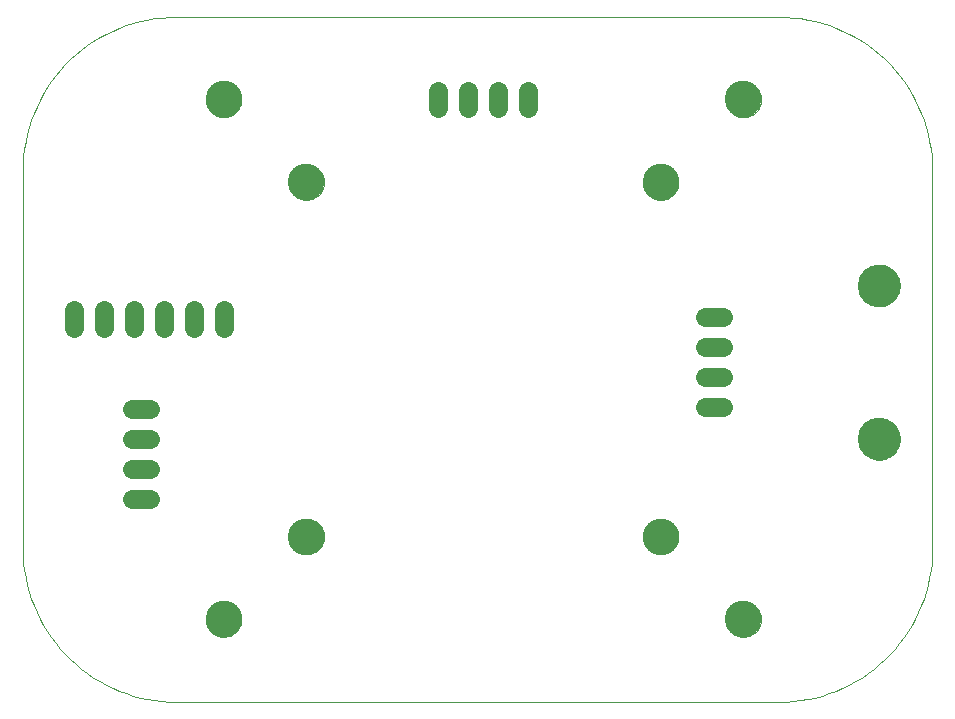
<source format=gbs>
G75*
G70*
%OFA0B0*%
%FSLAX24Y24*%
%IPPOS*%
%LPD*%
%AMOC8*
5,1,8,0,0,1.08239X$1,22.5*
%
%ADD10C,0.0000*%
%ADD11C,0.1221*%
%ADD12C,0.1418*%
%ADD13C,0.0634*%
D10*
X005298Y000180D02*
X025377Y000180D01*
X023605Y002936D02*
X023607Y002984D01*
X023613Y003032D01*
X023623Y003079D01*
X023636Y003125D01*
X023654Y003170D01*
X023674Y003214D01*
X023699Y003256D01*
X023727Y003295D01*
X023757Y003332D01*
X023791Y003366D01*
X023828Y003398D01*
X023866Y003427D01*
X023907Y003452D01*
X023950Y003474D01*
X023995Y003492D01*
X024041Y003506D01*
X024088Y003517D01*
X024136Y003524D01*
X024184Y003527D01*
X024232Y003526D01*
X024280Y003521D01*
X024328Y003512D01*
X024374Y003500D01*
X024419Y003483D01*
X024463Y003463D01*
X024505Y003440D01*
X024545Y003413D01*
X024583Y003383D01*
X024618Y003350D01*
X024650Y003314D01*
X024680Y003276D01*
X024706Y003235D01*
X024728Y003192D01*
X024748Y003148D01*
X024763Y003103D01*
X024775Y003056D01*
X024783Y003008D01*
X024787Y002960D01*
X024787Y002912D01*
X024783Y002864D01*
X024775Y002816D01*
X024763Y002769D01*
X024748Y002724D01*
X024728Y002680D01*
X024706Y002637D01*
X024680Y002596D01*
X024650Y002558D01*
X024618Y002522D01*
X024583Y002489D01*
X024545Y002459D01*
X024505Y002432D01*
X024463Y002409D01*
X024419Y002389D01*
X024374Y002372D01*
X024328Y002360D01*
X024280Y002351D01*
X024232Y002346D01*
X024184Y002345D01*
X024136Y002348D01*
X024088Y002355D01*
X024041Y002366D01*
X023995Y002380D01*
X023950Y002398D01*
X023907Y002420D01*
X023866Y002445D01*
X023828Y002474D01*
X023791Y002506D01*
X023757Y002540D01*
X023727Y002577D01*
X023699Y002616D01*
X023674Y002658D01*
X023654Y002702D01*
X023636Y002747D01*
X023623Y002793D01*
X023613Y002840D01*
X023607Y002888D01*
X023605Y002936D01*
X025377Y000180D02*
X025621Y000186D01*
X025863Y000203D01*
X026105Y000232D01*
X026346Y000272D01*
X026584Y000324D01*
X026819Y000387D01*
X027051Y000461D01*
X027279Y000547D01*
X027503Y000643D01*
X027722Y000749D01*
X027936Y000866D01*
X028144Y000992D01*
X028346Y001129D01*
X028541Y001275D01*
X028729Y001430D01*
X028909Y001594D01*
X029081Y001766D01*
X029245Y001946D01*
X029400Y002134D01*
X029546Y002329D01*
X029683Y002531D01*
X029809Y002739D01*
X029926Y002953D01*
X030032Y003172D01*
X030128Y003396D01*
X030214Y003624D01*
X030288Y003856D01*
X030351Y004091D01*
X030403Y004329D01*
X030443Y004570D01*
X030472Y004812D01*
X030489Y005054D01*
X030495Y005298D01*
X030495Y017897D01*
X028034Y014058D02*
X028036Y014110D01*
X028042Y014162D01*
X028052Y014213D01*
X028065Y014263D01*
X028083Y014313D01*
X028104Y014360D01*
X028128Y014406D01*
X028157Y014450D01*
X028188Y014492D01*
X028222Y014531D01*
X028259Y014568D01*
X028299Y014601D01*
X028342Y014632D01*
X028386Y014659D01*
X028432Y014683D01*
X028481Y014703D01*
X028530Y014719D01*
X028581Y014732D01*
X028632Y014741D01*
X028684Y014746D01*
X028736Y014747D01*
X028788Y014744D01*
X028840Y014737D01*
X028891Y014726D01*
X028941Y014712D01*
X028990Y014693D01*
X029037Y014671D01*
X029082Y014646D01*
X029126Y014617D01*
X029167Y014585D01*
X029206Y014550D01*
X029241Y014512D01*
X029274Y014471D01*
X029304Y014429D01*
X029330Y014384D01*
X029353Y014337D01*
X029372Y014288D01*
X029388Y014238D01*
X029400Y014188D01*
X029408Y014136D01*
X029412Y014084D01*
X029412Y014032D01*
X029408Y013980D01*
X029400Y013928D01*
X029388Y013878D01*
X029372Y013828D01*
X029353Y013779D01*
X029330Y013732D01*
X029304Y013687D01*
X029274Y013645D01*
X029241Y013604D01*
X029206Y013566D01*
X029167Y013531D01*
X029126Y013499D01*
X029082Y013470D01*
X029037Y013445D01*
X028990Y013423D01*
X028941Y013404D01*
X028891Y013390D01*
X028840Y013379D01*
X028788Y013372D01*
X028736Y013369D01*
X028684Y013370D01*
X028632Y013375D01*
X028581Y013384D01*
X028530Y013397D01*
X028481Y013413D01*
X028432Y013433D01*
X028386Y013457D01*
X028342Y013484D01*
X028299Y013515D01*
X028259Y013548D01*
X028222Y013585D01*
X028188Y013624D01*
X028157Y013666D01*
X028128Y013710D01*
X028104Y013756D01*
X028083Y013803D01*
X028065Y013853D01*
X028052Y013903D01*
X028042Y013954D01*
X028036Y014006D01*
X028034Y014058D01*
X030495Y017897D02*
X030489Y018141D01*
X030472Y018383D01*
X030443Y018625D01*
X030403Y018866D01*
X030351Y019104D01*
X030288Y019339D01*
X030214Y019571D01*
X030128Y019799D01*
X030032Y020023D01*
X029926Y020242D01*
X029809Y020456D01*
X029683Y020664D01*
X029546Y020866D01*
X029400Y021061D01*
X029245Y021249D01*
X029081Y021429D01*
X028909Y021601D01*
X028729Y021765D01*
X028541Y021920D01*
X028346Y022066D01*
X028144Y022203D01*
X027936Y022329D01*
X027722Y022446D01*
X027503Y022552D01*
X027279Y022648D01*
X027051Y022734D01*
X026819Y022808D01*
X026584Y022871D01*
X026346Y022923D01*
X026105Y022963D01*
X025863Y022992D01*
X025621Y023009D01*
X025377Y023015D01*
X005298Y023015D01*
X006282Y020259D02*
X006284Y020307D01*
X006290Y020355D01*
X006300Y020402D01*
X006313Y020448D01*
X006331Y020493D01*
X006351Y020537D01*
X006376Y020579D01*
X006404Y020618D01*
X006434Y020655D01*
X006468Y020689D01*
X006505Y020721D01*
X006543Y020750D01*
X006584Y020775D01*
X006627Y020797D01*
X006672Y020815D01*
X006718Y020829D01*
X006765Y020840D01*
X006813Y020847D01*
X006861Y020850D01*
X006909Y020849D01*
X006957Y020844D01*
X007005Y020835D01*
X007051Y020823D01*
X007096Y020806D01*
X007140Y020786D01*
X007182Y020763D01*
X007222Y020736D01*
X007260Y020706D01*
X007295Y020673D01*
X007327Y020637D01*
X007357Y020599D01*
X007383Y020558D01*
X007405Y020515D01*
X007425Y020471D01*
X007440Y020426D01*
X007452Y020379D01*
X007460Y020331D01*
X007464Y020283D01*
X007464Y020235D01*
X007460Y020187D01*
X007452Y020139D01*
X007440Y020092D01*
X007425Y020047D01*
X007405Y020003D01*
X007383Y019960D01*
X007357Y019919D01*
X007327Y019881D01*
X007295Y019845D01*
X007260Y019812D01*
X007222Y019782D01*
X007182Y019755D01*
X007140Y019732D01*
X007096Y019712D01*
X007051Y019695D01*
X007005Y019683D01*
X006957Y019674D01*
X006909Y019669D01*
X006861Y019668D01*
X006813Y019671D01*
X006765Y019678D01*
X006718Y019689D01*
X006672Y019703D01*
X006627Y019721D01*
X006584Y019743D01*
X006543Y019768D01*
X006505Y019797D01*
X006468Y019829D01*
X006434Y019863D01*
X006404Y019900D01*
X006376Y019939D01*
X006351Y019981D01*
X006331Y020025D01*
X006313Y020070D01*
X006300Y020116D01*
X006290Y020163D01*
X006284Y020211D01*
X006282Y020259D01*
X005298Y023015D02*
X005054Y023009D01*
X004812Y022992D01*
X004570Y022963D01*
X004329Y022923D01*
X004091Y022871D01*
X003856Y022808D01*
X003624Y022734D01*
X003396Y022648D01*
X003172Y022552D01*
X002953Y022446D01*
X002739Y022329D01*
X002531Y022203D01*
X002329Y022066D01*
X002134Y021920D01*
X001946Y021765D01*
X001766Y021601D01*
X001594Y021429D01*
X001430Y021249D01*
X001275Y021061D01*
X001129Y020866D01*
X000992Y020664D01*
X000866Y020456D01*
X000749Y020242D01*
X000643Y020023D01*
X000547Y019799D01*
X000461Y019571D01*
X000387Y019339D01*
X000324Y019104D01*
X000272Y018866D01*
X000232Y018625D01*
X000203Y018383D01*
X000186Y018141D01*
X000180Y017897D01*
X000180Y005298D01*
X000186Y005054D01*
X000203Y004812D01*
X000232Y004570D01*
X000272Y004329D01*
X000324Y004091D01*
X000387Y003856D01*
X000461Y003624D01*
X000547Y003396D01*
X000643Y003172D01*
X000749Y002953D01*
X000866Y002739D01*
X000992Y002531D01*
X001129Y002329D01*
X001275Y002134D01*
X001430Y001946D01*
X001594Y001766D01*
X001766Y001594D01*
X001946Y001430D01*
X002134Y001275D01*
X002329Y001129D01*
X002531Y000992D01*
X002739Y000866D01*
X002953Y000749D01*
X003172Y000643D01*
X003396Y000547D01*
X003624Y000461D01*
X003856Y000387D01*
X004091Y000324D01*
X004329Y000272D01*
X004570Y000232D01*
X004812Y000203D01*
X005054Y000186D01*
X005298Y000180D01*
X006282Y002936D02*
X006284Y002984D01*
X006290Y003032D01*
X006300Y003079D01*
X006313Y003125D01*
X006331Y003170D01*
X006351Y003214D01*
X006376Y003256D01*
X006404Y003295D01*
X006434Y003332D01*
X006468Y003366D01*
X006505Y003398D01*
X006543Y003427D01*
X006584Y003452D01*
X006627Y003474D01*
X006672Y003492D01*
X006718Y003506D01*
X006765Y003517D01*
X006813Y003524D01*
X006861Y003527D01*
X006909Y003526D01*
X006957Y003521D01*
X007005Y003512D01*
X007051Y003500D01*
X007096Y003483D01*
X007140Y003463D01*
X007182Y003440D01*
X007222Y003413D01*
X007260Y003383D01*
X007295Y003350D01*
X007327Y003314D01*
X007357Y003276D01*
X007383Y003235D01*
X007405Y003192D01*
X007425Y003148D01*
X007440Y003103D01*
X007452Y003056D01*
X007460Y003008D01*
X007464Y002960D01*
X007464Y002912D01*
X007460Y002864D01*
X007452Y002816D01*
X007440Y002769D01*
X007425Y002724D01*
X007405Y002680D01*
X007383Y002637D01*
X007357Y002596D01*
X007327Y002558D01*
X007295Y002522D01*
X007260Y002489D01*
X007222Y002459D01*
X007182Y002432D01*
X007140Y002409D01*
X007096Y002389D01*
X007051Y002372D01*
X007005Y002360D01*
X006957Y002351D01*
X006909Y002346D01*
X006861Y002345D01*
X006813Y002348D01*
X006765Y002355D01*
X006718Y002366D01*
X006672Y002380D01*
X006627Y002398D01*
X006584Y002420D01*
X006543Y002445D01*
X006505Y002474D01*
X006468Y002506D01*
X006434Y002540D01*
X006404Y002577D01*
X006376Y002616D01*
X006351Y002658D01*
X006331Y002702D01*
X006313Y002747D01*
X006300Y002793D01*
X006290Y002840D01*
X006284Y002888D01*
X006282Y002936D01*
X009038Y005692D02*
X009040Y005740D01*
X009046Y005788D01*
X009056Y005835D01*
X009069Y005881D01*
X009087Y005926D01*
X009107Y005970D01*
X009132Y006012D01*
X009160Y006051D01*
X009190Y006088D01*
X009224Y006122D01*
X009261Y006154D01*
X009299Y006183D01*
X009340Y006208D01*
X009383Y006230D01*
X009428Y006248D01*
X009474Y006262D01*
X009521Y006273D01*
X009569Y006280D01*
X009617Y006283D01*
X009665Y006282D01*
X009713Y006277D01*
X009761Y006268D01*
X009807Y006256D01*
X009852Y006239D01*
X009896Y006219D01*
X009938Y006196D01*
X009978Y006169D01*
X010016Y006139D01*
X010051Y006106D01*
X010083Y006070D01*
X010113Y006032D01*
X010139Y005991D01*
X010161Y005948D01*
X010181Y005904D01*
X010196Y005859D01*
X010208Y005812D01*
X010216Y005764D01*
X010220Y005716D01*
X010220Y005668D01*
X010216Y005620D01*
X010208Y005572D01*
X010196Y005525D01*
X010181Y005480D01*
X010161Y005436D01*
X010139Y005393D01*
X010113Y005352D01*
X010083Y005314D01*
X010051Y005278D01*
X010016Y005245D01*
X009978Y005215D01*
X009938Y005188D01*
X009896Y005165D01*
X009852Y005145D01*
X009807Y005128D01*
X009761Y005116D01*
X009713Y005107D01*
X009665Y005102D01*
X009617Y005101D01*
X009569Y005104D01*
X009521Y005111D01*
X009474Y005122D01*
X009428Y005136D01*
X009383Y005154D01*
X009340Y005176D01*
X009299Y005201D01*
X009261Y005230D01*
X009224Y005262D01*
X009190Y005296D01*
X009160Y005333D01*
X009132Y005372D01*
X009107Y005414D01*
X009087Y005458D01*
X009069Y005503D01*
X009056Y005549D01*
X009046Y005596D01*
X009040Y005644D01*
X009038Y005692D01*
X020849Y005692D02*
X020851Y005740D01*
X020857Y005788D01*
X020867Y005835D01*
X020880Y005881D01*
X020898Y005926D01*
X020918Y005970D01*
X020943Y006012D01*
X020971Y006051D01*
X021001Y006088D01*
X021035Y006122D01*
X021072Y006154D01*
X021110Y006183D01*
X021151Y006208D01*
X021194Y006230D01*
X021239Y006248D01*
X021285Y006262D01*
X021332Y006273D01*
X021380Y006280D01*
X021428Y006283D01*
X021476Y006282D01*
X021524Y006277D01*
X021572Y006268D01*
X021618Y006256D01*
X021663Y006239D01*
X021707Y006219D01*
X021749Y006196D01*
X021789Y006169D01*
X021827Y006139D01*
X021862Y006106D01*
X021894Y006070D01*
X021924Y006032D01*
X021950Y005991D01*
X021972Y005948D01*
X021992Y005904D01*
X022007Y005859D01*
X022019Y005812D01*
X022027Y005764D01*
X022031Y005716D01*
X022031Y005668D01*
X022027Y005620D01*
X022019Y005572D01*
X022007Y005525D01*
X021992Y005480D01*
X021972Y005436D01*
X021950Y005393D01*
X021924Y005352D01*
X021894Y005314D01*
X021862Y005278D01*
X021827Y005245D01*
X021789Y005215D01*
X021749Y005188D01*
X021707Y005165D01*
X021663Y005145D01*
X021618Y005128D01*
X021572Y005116D01*
X021524Y005107D01*
X021476Y005102D01*
X021428Y005101D01*
X021380Y005104D01*
X021332Y005111D01*
X021285Y005122D01*
X021239Y005136D01*
X021194Y005154D01*
X021151Y005176D01*
X021110Y005201D01*
X021072Y005230D01*
X021035Y005262D01*
X021001Y005296D01*
X020971Y005333D01*
X020943Y005372D01*
X020918Y005414D01*
X020898Y005458D01*
X020880Y005503D01*
X020867Y005549D01*
X020857Y005596D01*
X020851Y005644D01*
X020849Y005692D01*
X028034Y008940D02*
X028036Y008992D01*
X028042Y009044D01*
X028052Y009095D01*
X028065Y009145D01*
X028083Y009195D01*
X028104Y009242D01*
X028128Y009288D01*
X028157Y009332D01*
X028188Y009374D01*
X028222Y009413D01*
X028259Y009450D01*
X028299Y009483D01*
X028342Y009514D01*
X028386Y009541D01*
X028432Y009565D01*
X028481Y009585D01*
X028530Y009601D01*
X028581Y009614D01*
X028632Y009623D01*
X028684Y009628D01*
X028736Y009629D01*
X028788Y009626D01*
X028840Y009619D01*
X028891Y009608D01*
X028941Y009594D01*
X028990Y009575D01*
X029037Y009553D01*
X029082Y009528D01*
X029126Y009499D01*
X029167Y009467D01*
X029206Y009432D01*
X029241Y009394D01*
X029274Y009353D01*
X029304Y009311D01*
X029330Y009266D01*
X029353Y009219D01*
X029372Y009170D01*
X029388Y009120D01*
X029400Y009070D01*
X029408Y009018D01*
X029412Y008966D01*
X029412Y008914D01*
X029408Y008862D01*
X029400Y008810D01*
X029388Y008760D01*
X029372Y008710D01*
X029353Y008661D01*
X029330Y008614D01*
X029304Y008569D01*
X029274Y008527D01*
X029241Y008486D01*
X029206Y008448D01*
X029167Y008413D01*
X029126Y008381D01*
X029082Y008352D01*
X029037Y008327D01*
X028990Y008305D01*
X028941Y008286D01*
X028891Y008272D01*
X028840Y008261D01*
X028788Y008254D01*
X028736Y008251D01*
X028684Y008252D01*
X028632Y008257D01*
X028581Y008266D01*
X028530Y008279D01*
X028481Y008295D01*
X028432Y008315D01*
X028386Y008339D01*
X028342Y008366D01*
X028299Y008397D01*
X028259Y008430D01*
X028222Y008467D01*
X028188Y008506D01*
X028157Y008548D01*
X028128Y008592D01*
X028104Y008638D01*
X028083Y008685D01*
X028065Y008735D01*
X028052Y008785D01*
X028042Y008836D01*
X028036Y008888D01*
X028034Y008940D01*
X020849Y017503D02*
X020851Y017551D01*
X020857Y017599D01*
X020867Y017646D01*
X020880Y017692D01*
X020898Y017737D01*
X020918Y017781D01*
X020943Y017823D01*
X020971Y017862D01*
X021001Y017899D01*
X021035Y017933D01*
X021072Y017965D01*
X021110Y017994D01*
X021151Y018019D01*
X021194Y018041D01*
X021239Y018059D01*
X021285Y018073D01*
X021332Y018084D01*
X021380Y018091D01*
X021428Y018094D01*
X021476Y018093D01*
X021524Y018088D01*
X021572Y018079D01*
X021618Y018067D01*
X021663Y018050D01*
X021707Y018030D01*
X021749Y018007D01*
X021789Y017980D01*
X021827Y017950D01*
X021862Y017917D01*
X021894Y017881D01*
X021924Y017843D01*
X021950Y017802D01*
X021972Y017759D01*
X021992Y017715D01*
X022007Y017670D01*
X022019Y017623D01*
X022027Y017575D01*
X022031Y017527D01*
X022031Y017479D01*
X022027Y017431D01*
X022019Y017383D01*
X022007Y017336D01*
X021992Y017291D01*
X021972Y017247D01*
X021950Y017204D01*
X021924Y017163D01*
X021894Y017125D01*
X021862Y017089D01*
X021827Y017056D01*
X021789Y017026D01*
X021749Y016999D01*
X021707Y016976D01*
X021663Y016956D01*
X021618Y016939D01*
X021572Y016927D01*
X021524Y016918D01*
X021476Y016913D01*
X021428Y016912D01*
X021380Y016915D01*
X021332Y016922D01*
X021285Y016933D01*
X021239Y016947D01*
X021194Y016965D01*
X021151Y016987D01*
X021110Y017012D01*
X021072Y017041D01*
X021035Y017073D01*
X021001Y017107D01*
X020971Y017144D01*
X020943Y017183D01*
X020918Y017225D01*
X020898Y017269D01*
X020880Y017314D01*
X020867Y017360D01*
X020857Y017407D01*
X020851Y017455D01*
X020849Y017503D01*
X023605Y020259D02*
X023607Y020307D01*
X023613Y020355D01*
X023623Y020402D01*
X023636Y020448D01*
X023654Y020493D01*
X023674Y020537D01*
X023699Y020579D01*
X023727Y020618D01*
X023757Y020655D01*
X023791Y020689D01*
X023828Y020721D01*
X023866Y020750D01*
X023907Y020775D01*
X023950Y020797D01*
X023995Y020815D01*
X024041Y020829D01*
X024088Y020840D01*
X024136Y020847D01*
X024184Y020850D01*
X024232Y020849D01*
X024280Y020844D01*
X024328Y020835D01*
X024374Y020823D01*
X024419Y020806D01*
X024463Y020786D01*
X024505Y020763D01*
X024545Y020736D01*
X024583Y020706D01*
X024618Y020673D01*
X024650Y020637D01*
X024680Y020599D01*
X024706Y020558D01*
X024728Y020515D01*
X024748Y020471D01*
X024763Y020426D01*
X024775Y020379D01*
X024783Y020331D01*
X024787Y020283D01*
X024787Y020235D01*
X024783Y020187D01*
X024775Y020139D01*
X024763Y020092D01*
X024748Y020047D01*
X024728Y020003D01*
X024706Y019960D01*
X024680Y019919D01*
X024650Y019881D01*
X024618Y019845D01*
X024583Y019812D01*
X024545Y019782D01*
X024505Y019755D01*
X024463Y019732D01*
X024419Y019712D01*
X024374Y019695D01*
X024328Y019683D01*
X024280Y019674D01*
X024232Y019669D01*
X024184Y019668D01*
X024136Y019671D01*
X024088Y019678D01*
X024041Y019689D01*
X023995Y019703D01*
X023950Y019721D01*
X023907Y019743D01*
X023866Y019768D01*
X023828Y019797D01*
X023791Y019829D01*
X023757Y019863D01*
X023727Y019900D01*
X023699Y019939D01*
X023674Y019981D01*
X023654Y020025D01*
X023636Y020070D01*
X023623Y020116D01*
X023613Y020163D01*
X023607Y020211D01*
X023605Y020259D01*
X009038Y017503D02*
X009040Y017551D01*
X009046Y017599D01*
X009056Y017646D01*
X009069Y017692D01*
X009087Y017737D01*
X009107Y017781D01*
X009132Y017823D01*
X009160Y017862D01*
X009190Y017899D01*
X009224Y017933D01*
X009261Y017965D01*
X009299Y017994D01*
X009340Y018019D01*
X009383Y018041D01*
X009428Y018059D01*
X009474Y018073D01*
X009521Y018084D01*
X009569Y018091D01*
X009617Y018094D01*
X009665Y018093D01*
X009713Y018088D01*
X009761Y018079D01*
X009807Y018067D01*
X009852Y018050D01*
X009896Y018030D01*
X009938Y018007D01*
X009978Y017980D01*
X010016Y017950D01*
X010051Y017917D01*
X010083Y017881D01*
X010113Y017843D01*
X010139Y017802D01*
X010161Y017759D01*
X010181Y017715D01*
X010196Y017670D01*
X010208Y017623D01*
X010216Y017575D01*
X010220Y017527D01*
X010220Y017479D01*
X010216Y017431D01*
X010208Y017383D01*
X010196Y017336D01*
X010181Y017291D01*
X010161Y017247D01*
X010139Y017204D01*
X010113Y017163D01*
X010083Y017125D01*
X010051Y017089D01*
X010016Y017056D01*
X009978Y017026D01*
X009938Y016999D01*
X009896Y016976D01*
X009852Y016956D01*
X009807Y016939D01*
X009761Y016927D01*
X009713Y016918D01*
X009665Y016913D01*
X009617Y016912D01*
X009569Y016915D01*
X009521Y016922D01*
X009474Y016933D01*
X009428Y016947D01*
X009383Y016965D01*
X009340Y016987D01*
X009299Y017012D01*
X009261Y017041D01*
X009224Y017073D01*
X009190Y017107D01*
X009160Y017144D01*
X009132Y017183D01*
X009107Y017225D01*
X009087Y017269D01*
X009069Y017314D01*
X009056Y017360D01*
X009046Y017407D01*
X009040Y017455D01*
X009038Y017503D01*
D11*
X009629Y017503D03*
X006873Y020259D03*
X021440Y017503D03*
X024196Y020259D03*
X021440Y005692D03*
X024196Y002936D03*
X009629Y005692D03*
X006873Y002936D03*
D12*
X028723Y008940D03*
X028723Y014058D03*
D13*
X023508Y012999D02*
X022915Y012999D01*
X022915Y011999D02*
X023508Y011999D01*
X023508Y010999D02*
X022915Y010999D01*
X022915Y009999D02*
X023508Y009999D01*
X017034Y019962D02*
X017034Y020556D01*
X016034Y020556D02*
X016034Y019962D01*
X015034Y019962D02*
X015034Y020556D01*
X014034Y020556D02*
X014034Y019962D01*
X006889Y013245D02*
X006889Y012651D01*
X005889Y012651D02*
X005889Y013245D01*
X004889Y013245D02*
X004889Y012651D01*
X003889Y012651D02*
X003889Y013245D01*
X002889Y013245D02*
X002889Y012651D01*
X001889Y012651D02*
X001889Y013245D01*
X003820Y009948D02*
X004414Y009948D01*
X004414Y008948D02*
X003820Y008948D01*
X003820Y007948D02*
X004414Y007948D01*
X004414Y006948D02*
X003820Y006948D01*
M02*

</source>
